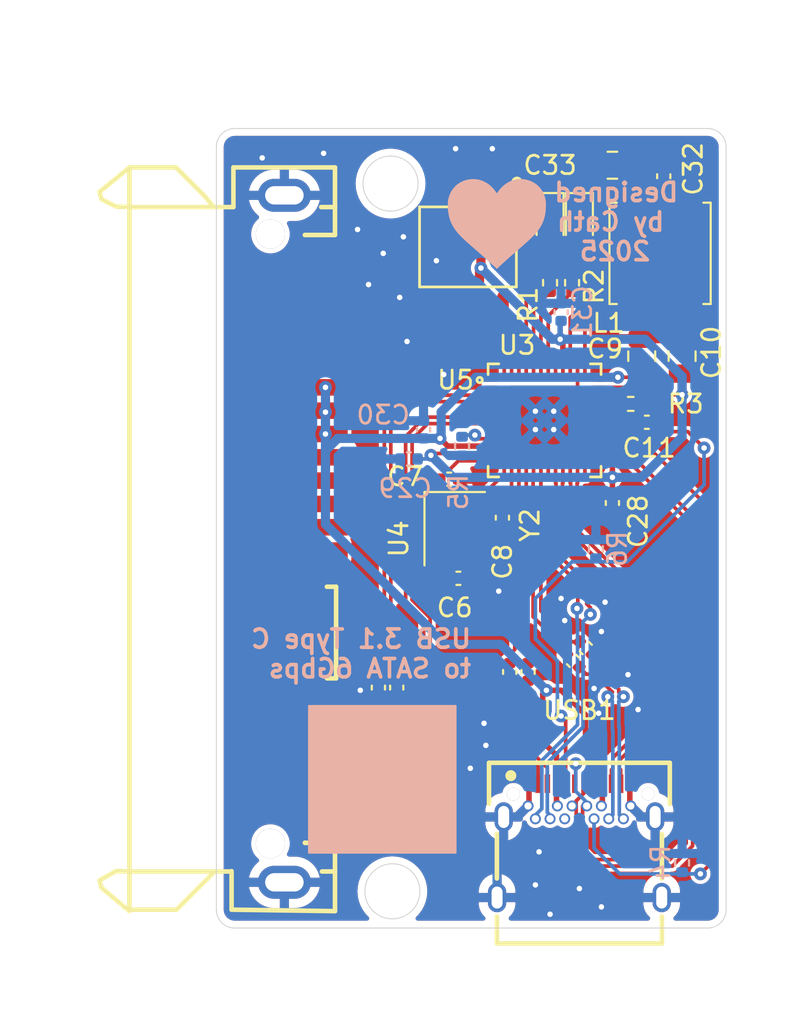
<source format=kicad_pcb>
(kicad_pcb (version 20240108) (generator "pcbnew") (generator_version "8.0")
  (layers (0 "F.Cu" signal) (1 "In1.Cu" power) (2 "In2.Cu" power) (31 "B.Cu" signal) (34 "B.Paste" user) (35 "F.Paste" user) (36 "B.SilkS" user "B.Silkscreen") (37 "F.SilkS" user "F.Silkscreen") (38 "B.Mask" user) (39 "F.Mask" user) (44 "Edge.Cuts" user))
  (net 0 "")
  (net 1 "GND")
  (net 2 "VBUS")
  (net 3 "+3.3V")
  (net 4 "RX1+")
  (net 5 "RX1-")
  (net 6 "TX1+")
  (net 7 "TX1-")
  (net 8 "TX2+")
  (net 9 "/UTX1+")
  (net 10 "TX2-")
  (net 11 "/UTX1-")
  (net 12 "RX2+")
  (net 13 "/UTX2+")
  (net 14 "/UTX2-")
  (net 15 "RX2-")
  (net 16 "SRXN")
  (net 17 "SRXP")
  (net 18 "STXN")
  (net 19 "STXP")
  (net 20 "Net-(U3-OSCXO)")
  (net 21 "Net-(U3-OSCXI)")
  (net 22 "D-")
  (net 23 "D+")
  (net 24 "Net-(U3-OSCVDD12)")
  (net 25 "Net-(U3-VDD12I)")
  (net 26 "Net-(U3-DCVCC12)")
  (net 27 "Net-(D1-A)")
  (net 28 "Net-(D2-A)")
  (net 29 "SPI_DO")
  (net 30 "Net-(U3-LX)")
  (net 31 "PWR_IND")
  (net 32 "BUSY_IND")
  (net 33 "Net-(U3-GPIO6)")
  (net 34 "Net-(U3-REXT)")
  (net 45 "SCLK")
  (net 47 "SPI_DI")
  (net 48 "SPI_CS")
  (net 56 "/SATA_RXN")
  (net 57 "/SATA_RXP")
  (net 58 "/SATA_TXN")
  (net 59 "/SATA_TXP")
  (net 60 "CC2")
  (net 61 "CC1")
  (footprint "Resistor_SMD:R_0402_1005Metric" (layer "F.Cu") (at 58.2 55.4 90)
    (property "Reference" "R1")
    (property "Value" "1K")
  )
  (footprint "da:QFN-48_L6.0-W6.0-P0.40-BL-EP3.8" (layer "F.Cu") (at 57.9 62.9 -90)
    (property "Reference" "U3")
    (property "Value" "VL716-Q4")
  )
  (footprint "da:CONN-SMD_UTS-2205-0429" (layer "F.Cu") (at 44.83 69.35 -90)
    (property "Reference" "U4")
    (property "Value" "XUTS-2205-0429")
  )
  (footprint "Capacitor_SMD:C_0805_2012Metric" (layer "F.Cu") (at 65.4 59.4 -90)
    (property "Reference" "C10")
    (property "Value" "10uF")
  )
  (footprint "Capacitor_SMD:C_0402_1005Metric" (layer "F.Cu") (at 51.983749 81.515 -90)
    (property "Reference" "C15" (hide yes))
    (property "Value" "100nF")
  )
  (footprint "Inductor_SMD:L_Cenker_CKCS5040" (layer "F.Cu") (at 64.2 53.8 -90)
    (property "Reference" "L1")
    (property "Value" "?uH")
  )
  (footprint "Capacitor_SMD:C_0402_1005Metric" (layer "F.Cu") (at 64.4 49.6 90)
    (property "Reference" "C32")
    (property "Value" "100nF")
  )
  (footprint "Capacitor_SMD:C_0402_1005Metric" (layer "F.Cu") (at 53.2 71.5)
    (property "Reference" "C6")
    (property "Value" "20pF")
  )
  (footprint "Capacitor_SMD:C_0805_2012Metric" (layer "F.Cu") (at 63.2 59.4 -90)
    (property "Reference" "C9")
    (property "Value" "10uF")
  )
  (footprint "LED_SMD:LED_0603_1608Metric" (layer "F.Cu") (at 58.2 52 -90)
    (property "Reference" "D1" (hide yes))
    (property "Value" "LED")
  )
  (footprint "Capacitor_SMD:C_0402_1005Metric" (layer "F.Cu") (at 63.48 63)
    (property "Reference" "C11")
    (property "Value" "100nF")
  )
  (footprint "Capacitor_SMD:C_0805_2012Metric" (layer "F.Cu") (at 61.6 49 180)
    (property "Reference" "C33")
    (property "Value" "10uF")
  )
  (footprint "Capacitor_SMD:C_0402_1005Metric" (layer "F.Cu") (at 55.6 68.2 90)
    (property "Reference" "C8")
    (property "Value" "100nF")
  )
  (footprint "da:SOIC-8_L5.3-W5.3-P1.27-LS8.0-BL" (layer "F.Cu") (at 53.7225 53.45 180)
    (property "Reference" "U5")
    (property "Value" "W25Q16BVSSIG")
  )
  (footprint "Capacitor_SMD:C_0402_1005Metric" (layer "F.Cu") (at 50.983749 81.515 -90)
    (property "Reference" "C14" (hide yes))
    (property "Value" "100nF")
  )
  (footprint "Resistor_SMD:R_0402_1005Metric" (layer "F.Cu") (at 62.6 62 180)
    (property "Reference" "R3")
    (property "Value" "10K")
  )
  (footprint "Capacitor_SMD:C_0402_1005Metric" (layer "F.Cu") (at 59.45 76 -45)
    (property "Reference" "C4" (hide yes))
    (property "Value" "100nF")
  )
  (footprint "Capacitor_SMD:C_0402_1005Metric" (layer "F.Cu") (at 52.7 66.1)
    (property "Reference" "C7")
    (property "Value" "20pF")
  )
  (footprint "LED_SMD:LED_0603_1608Metric" (layer "F.Cu") (at 59.8 52 -90)
    (property "Reference" "D2" (hide yes))
    (property "Value" "LED")
  )
  (footprint "da:USB-C-SMD_TYPEC-324-BCP24" (layer "F.Cu") (at 59.8 85.79)
    (property "Reference" "USB1")
    (property "Value" "TYPEC-324-BCP24")
  )
  (footprint "Capacitor_SMD:C_0402_1005Metric" (layer "F.Cu") (at 56 76.6 -90)
    (property "Reference" "C2" (hide yes))
    (property "Value" "100nF")
  )
  (footprint "Capacitor_SMD:C_0402_1005Metric" (layer "F.Cu") (at 61.6 67.4 -90)
    (property "Reference" "C28")
    (property "Value" "100nF")
  )
  (footprint "Resistor_SMD:R_0402_1005Metric" (layer "F.Cu") (at 59.4 55.4 90)
    (property "Reference" "R2")
    (property "Value" "1K")
  )
  (footprint "Crystal:Crystal_SMD_3225-4Pin_3.2x2.5mm" (layer "F.Cu") (at 53 68.8 -90)
    (property "Reference" "Y2")
    (property "Value" "25Mhz Crystal")
  )
  (footprint "Capacitor_SMD:C_0402_1005Metric" (layer "F.Cu") (at 48.8375 77.4525 -90)
    (property "Reference" "C12" (hide yes))
    (property "Value" "100nF" (hide yes))
  )
  (footprint "Capacitor_SMD:C_0402_1005Metric" (layer "F.Cu") (at 49.8375 77.4525 -90)
    (property "Reference" "C13" (hide yes))
    (property "Value" "100nF")
  )
  (footprint "Capacitor_SMD:C_0402_1005Metric" (layer "F.Cu") (at 60.15 75.3 -45)
    (property "Reference" "C5" (hide yes))
    (property "Value" "100nF")
  )
  (footprint "Capacitor_SMD:C_0402_1005Metric" (layer "F.Cu") (at 57 76.6 -90)
    (property "Reference" "C3" (hide yes))
    (property "Value" "100nF")
  )
  (footprint "Resistor_SMD:R_0402_1005Metric" (layer "B.Cu") (at 65.4 87 -90)
    (property "Reference" "R4")
    (property "Value" "5.1k")
  )
  (footprint "Resistor_SMD:R_0402_1005Metric" (layer "B.Cu") (at 53.4 64.3 90)
    (property "Reference" "R5")
    (property "Value" "12.1K")
  )
  (footprint "Capacitor_SMD:C_0402_1005Metric" (layer "B.Cu") (at 50.5 65 180)
    (property "Reference" "C29")
    (property "Value" "100nF")
  )
  (footprint "Capacitor_SMD:C_0402_1005Metric" (layer "B.Cu") (at 51.3 63.4 90)
    (property "Reference" "C30")
    (property "Value" "100nF")
  )
  (footprint "Resistor_SMD:R_0402_1005Metric" (layer "B.Cu") (at 60.7 69.9 90)
    (property "Reference" "R6")
    (property "Value" "5.1k")
  )
  (footprint "Capacitor_SMD:C_0402_1005Metric" (layer "B.Cu") (at 58.8 57 90)
    (property "Reference" "C31")
    (property "Value" "100nF")
  )
  (footprint "LOGO" (layer "B.Cu") (at 55.3 52.2 180)
    (property "Reference" "G***" (hide yes))
    (property "Value" "LOGO" (hide yes))
  )
  (gr_rect (start 45.05 78.45) (end 53.05 86.45) (stroke (width 0.1)) (fill solid) (layer "B.SilkS"))
  (gr_circle (center 49.5 50) (end 51 50) (stroke (width 0.05)) (fill none) (layer "Edge.Cuts"))
  (gr_circle (center 49.6 88.55) (end 51.1 88.55) (stroke (width 0.05)) (fill none) (layer "Edge.Cuts"))
  (gr_arc (start 41 90.55) (mid 40.292893 90.257107) (end 40 89.55) (stroke (width 0.05)) (layer "Edge.Cuts"))
  (gr_line (start 40 89.55) (end 40 48) (stroke (width 0.05)) (layer "Edge.Cuts"))
  (gr_arc (start 66.8 47) (mid 67.507107 47.292893) (end 67.8 48) (stroke (width 0.05)) (layer "Edge.Cuts"))
  (gr_line (start 41 90.55) (end 66.8 90.55) (stroke (width 0.05)) (layer "Edge.Cuts"))
  (gr_line (start 41 47) (end 66.8 47) (stroke (width 0.05)) (layer "Edge.Cuts"))
  (gr_arc (start 40 48) (mid 40.292893 47.292893) (end 41 47) (stroke (width 0.05)) (layer "Edge.Cuts"))
  (gr_line (start 67.8 48) (end 67.8 89.55) (stroke (width 0.05)) (layer "Edge.Cuts"))
  (gr_arc (start 67.8 89.55) (mid 67.507107 90.257107) (end 66.8 90.55) (stroke (width 0.05)) (layer "Edge.Cuts"))
  (gr_text "USB 3.1 Type C \nto SATA 6Gbps" (at 54 77 -0) (layer "B.SilkS") (effects (font (size 1 1) (thickness 0.2) (bold yes)) (justify left bottom mirror)))
  (gr_text "Designed \n by Cath\n  2025\n\n\n" (at 65.3 57.5 0) (layer "B.SilkS") (effects (font (size 1 1) (thickness 0.2) (bold yes)) (justify left bottom mirror)))
  (segment (start 62.55 83.85) (end 62.6 83.9) (width 0.3) (layer "F.Cu") (net 1))
  (segment (start 52.15 69.9) (end 52.15 69.55) (width 0.3) (layer "F.Cu") (net 1))
  (segment (start 53.85 67.85) (end 53.85 67.7) (width 0.3) (layer "F.Cu") (net 1))
  (segment (start 59.7 59.99) (end 59.7 61.1) (width 0.2) (layer "F.Cu") (net 1))
  (segment (start 52.6 71.5) (end 52.15 71.05) (width 0.3) (layer "F.Cu") (net 1))
  (segment (start 52.72 71.5) (end 52.6 71.5) (width 0.3) (layer "F.Cu") (net 1))
  (segment (start 52.15 69.55) (end 53.85 67.85) (width 0.3) (layer "F.Cu") (net 1))
  (segment (start 53.85 67.7) (end 53.85 66.77) (width 0.3) (layer "F.Cu") (net 1))
  (segment (start 57.05 83.85) (end 57 83.9) (width 0.3) (layer "F.Cu") (net 1))
  (segment (start 52.15 71.05) (end 52.15 69.9) (width 0.3) (layer "F.Cu") (net 1))
  (segment (start 57.05 82.69) (end 57.05 83.85) (width 0.3) (layer "F.Cu") (net 1))
  (segment (start 53.85 66.77) (end 53.18 66.1) (width 0.3) (layer "F.Cu") (net 1))
  (segment (start 62.55 82.69) (end 62.55 83.85) (width 0.3) (layer "F.Cu") (net 1))
  (via (at 54.7 80.6) (size 0.7) (drill 0.3) (layers "F.Cu" "B.Cu") (net 1))
  (via (at 50 56.2) (size 0.7) (drill 0.3) (layers "F.Cu" "B.Cu") (net 1))
  (via (at 47.85 77.6) (size 0.7) (drill 0.3) (layers "F.Cu" "B.Cu") (net 1))
  (via (at 42.5 48.6) (size 0.7) (drill 0.3) (layers "F.Cu" "B.Cu") (net 1))
  (via (at 62.45 76.75) (size 0.7) (drill 0.3) (layers "F.Cu" "B.Cu") (net 1))
  (via (at 59.8 88.4) (size 0.7) (drill 0.3) (layers "F.Cu" "B.Cu") (net 1))
  (via (at 54.6 79.4) (size 0.7) (drill 0.3) (layers "F.Cu" "B.Cu") (net 1))
  (via (at 61 74.4) (size 0.7) (drill 0.3) (layers "F.Cu" "B.Cu") (net 1))
  (via (at 49.1 53.8) (size 0.7) (drill 0.3) (layers "F.Cu" "B.Cu") (net 1))
  (via (at 53.05 48.1) (size 0.7) (drill 0.3) (layers "F.Cu" "B.Cu") (net 1))
  (via (at 60.6 77.5) (size 0.7) (drill 0.3) (layers "F.Cu" "B.Cu") (net 1))
  (via (at 47.7 52.5) (size 0.7) (drill 0.3) (layers "F.Cu" "B.Cu") (net 1))
  (via (at 61.2 72.8) (size 0.7) (drill 0.3) (layers "F.Cu" "B.Cu") (net 1))
  (via (at 55.4 72.2) (size 0.7) (drill 0.3) (layers "F.Cu" "B.Cu") (net 1))
  (via (at 50.4 58.6) (size 0.7) (drill 0.3) (layers "F.Cu" "B.Cu") (net 1))
  (via (at 58.2 89.8) (size 0.7) (drill 0.3) (layers "F.Cu" "B.Cu") (net 1))
  (via (at 52.4 60.4) (size 0.7) (drill 0.3) (layers "F.Cu" "B.Cu") (net 1))
  (via (at 57.6 86.4) (size 0.7) (drill 0.3) (layers "F.Cu" "B.Cu") (net 1))
  (via (at 53.85 81.85) (size 0.7) (drill 0.3) (layers "F.Cu" "B.Cu") (net 1))
  (via (at 58.8 72.6) (size 0.7) (drill 0.3) (layers "F.Cu" "B.Cu") (net 1))
  (via (at 63 78.65) (size 0.7) (drill 0.3) (layers "F.Cu" "B.Cu") (net 1))
  (via (at 59 73.8) (size 0.7) (drill 0.3) (layers "F.Cu" "B.Cu") (net 1))
  (via (at 55.05 48.1) (size 0.7) (drill 0.3) (layers "F.Cu" "B.Cu") (net 1))
  (via (at 52 54.2) (size 0.7) (drill 0.3) (layers "F.Cu" "B.Cu") (net 1))
  (via (at 45.85 48.35) (size 0.7) (drill 0.3) (layers "F.Cu" "B.Cu") (net 1))
  (via (at 60.85 78.85) (size 0.7) (drill 0.3) (layers "F.Cu" "B.Cu") (net 1))
  (via (at 61 89.4) (size 0.7) (drill 0.3) (layers "F.Cu" "B.Cu") (net 1))
  (via (at 57.4 88.2) (size 0.7) (drill 0.3) (layers "F.Cu" "B.Cu") (net 1))
  (via (at 50.2 52.9) (size 0.7) (drill 0.3) (layers "F.Cu" "B.Cu") (net 1))
  (via (at 48.3 55.5) (size 0.7) (drill 0.3) (layers "F.Cu" "B.Cu") (net 1))
  (segment (start 61.05 82.39) (end 61.05 83.65) (width 0.3) (layer "F.Cu") (net 2))
  (segment (start 61.9 60.55) (end 63 60.55) (width 0.2) (layer "F.Cu") (net 2))
  (segment (start 52.2 63.88) (end 52.62 64.3) (width 0.3) (layer "F.Cu") (net 2))
  (segment (start 52.62 64.3) (end 54.99 64.3) (width 0.3) (layer "F.Cu") (net 2))
  (segment (start 58.55 81.15) (end 58.55 82.39) (width 0.3) (layer "F.Cu") (net 2))
  (segment (start 45.95 62.45) (end 45.95 63.64) (width 0.5) (layer "F.Cu") (net 2))
  (segment (start 60.1338 78.9338) (end 60.1338 80.5338) (width 0.3) (layer "F.Cu") (net 2))
  (segment (start 58.55 82.39) (end 58.55 83.65) (width 0.3) (layer "F.Cu") (net 2))
  (segment (start 58 77.6) (end 57.8 77.8) (width 0.3) (layer "F.Cu") (net 2))
  (segment (start 61.05 81.45) (end 61.05 82.39) (width 0.3) (layer "F.Cu") (net 2))
  (segment (start 58.55 83.65) (end 58.6 83.7) (width 0.3) (layer "F.Cu") (net 2))
  (segment (start 61.9 60.55) (end 61.75 60.7) (width 0.2) (layer "F.Cu") (net 2))
  (segment (start 61.75 60.7) (end 60.81 60.7) (width 0.2) (layer "F.Cu") (net 2))
  (segment (start 45.95 62.37) (end 45.95 62.45) (width 0.5) (layer "F.Cu") (net 2))
  (segment (start 60.1338 80.5338) (end 61.05 81.45) (width 0.3) (layer "F.Cu") (net 2))
  (segment (start 58 77.6) (end 58.8 77.6) (width 0.3) (layer "F.Cu") (net 2))
  (segment (start 57.8 77.8) (end 57.8 80.4) (width 0.3) (layer "F.Cu") (net 2))
  (segment (start 58.8 77.6) (end 60.1338 78.9338) (width 0.3) (layer "F.Cu") (net 2))
  (segment (start 63 60.55) (end 63.2 60.35) (width 0.2) (layer "F.Cu") (net 2))
  (segment (start 57.8 80.4) (end 58.55 81.15) (width 0.3) (layer "F.Cu") (net 2))
  (segment (start 61.05 83.65) (end 61 83.7) (width 0.3) (layer "F.Cu") (net 2))
  (segment (start 45.95 61.1) (end 45.95 62.45) (width 0.5) (layer "F.Cu") (net 2))
  (via (at 45.95 61.1) (size 0.7) (drill 0.3) (layers "F.Cu" "B.Cu") (net 2))
  (via (at 61.9 60.55) (size 0.7) (drill 0.3) (layers "F.Cu" "B.Cu") (net 2))
  (via (at 58 77.6) (size 0.7) (drill 0.3) (layers "F.Cu" "B.Cu") (net 2))
  (via (at 45.95 63.64) (size 0.7) (drill 0.3) (layers "F.Cu" "B.Cu") (net 2))
  (via (at 52.2 63.88) (size 0.7) (drill 0.3) (layers "F.Cu" "B.Cu") (net 2))
  (via (at 45.95 62.45) (size 0.7) (drill 0.3) (layers "F.Cu" "B.Cu") (net 2))
  (segment (start 52.26 63.82) (end 52.26 62.44) (width 0.5) (layer "B.Cu") (net 2))
  (segment (start 52.26 62.44) (end 54.15 60.55) (width 0.5) (layer "B.Cu") (net 2))
  (segment (start 52.2 63.88) (end 52.26 63.82) (width 0.5) (layer "B.Cu") (net 2))
  (segment (start 45.95 64.55) (end 46.62 63.88) (width 0.5) (layer "B.Cu") (net 2))
  (segment (start 58 77.6) (end 55.5 75.1) (width 0.5) (layer "B.Cu") (net 2))
  (segment (start 54.15 60.55) (end 61.9 60.55) (width 0.5) (layer "B.Cu") (net 2))
  (segment (start 55.5 75.1) (end 52.5 75.1) (width 0.5) (layer "B.Cu") (net 2))
  (segment (start 45.95 63.64) (end 45.95 61.1) (width 0.5) (layer "B.Cu") (net 2))
  (segment (start 46.62 63.88) (end 52.2 63.88) (width 0.5) (layer "B.Cu") (net 2))
  (segment (start 52.5 75.1) (end 45.95 68.55) (width 0.5) (layer "B.Cu") (net 2))
  (segment (start 45.95 68.55) (end 45.95 63.64) (width 0.5) (layer "B.Cu") (net 2))
  (segment (start 64 61.1) (end 63.2 61.1) (width 0.2) (layer "F.Cu") (net 3))
  (segment (start 53.0925 52.6925) (end 54.43 54.03) (width 0.5) (layer "F.Cu") (net 3))
  (segment (start 63.11 61.19) (end 63.2 61.1) (width 0.2) (layer "F.Cu") (net 3))
  (segment (start 64.4 61.5) (end 64 61.1) (width 0.2) (layer "F.Cu") (net 3))
  (segment (start 60.81 65.1) (end 61.3 65.1) (width 0.3) (layer "F.Cu") (net 3))
  (segment (start 60.81 61.1) (end 63.2 61.1) (width 0.2) (layer "F.Cu") (net 3))
  (segment (start 51.8 64.7) (end 54.99 64.7) (width 0.2) (layer "F.Cu") (net 3))
  (segment (start 61.6 65.4) (end 61.6 66.92) (width 0.3) (layer "F.Cu") (net 3))
  (segment (start 61.3 65.1) (end 61.6 65.4) (width 0.3) (layer "F.Cu") (net 3))
  (segment (start 51.7 64.8) (end 51.8 64.7) (width 0.2) (layer "F.Cu") (net 3))
  (segment (start 54.3525 54.6775) (end 54.43 54.6) (width 0.5) (layer "F.Cu") (net 3))
  (segment (start 65.4 61.5) (end 64.4 61.5) (width 0.2) (layer "F.Cu") (net 3))
  (segment (start 63.11 62) (end 63.11 61.19) (width 0.2) (layer "F.Cu") (net 3))
  (segment (start 54.3525 56.98) (end 54.4225 57.05) (width 0.5) (layer "F.Cu") (net 3))
  (segment (start 54.3525 56.98) (end 54.3525 54.6775) (width 0.5) (layer "F.Cu") (net 3))
  (segment (start 58.9 59.99) (end 58.9 58.63) (width 0.3) (layer "F.Cu") (net 3))
  (segment (start 53.0925 49.92) (end 53.0925 52.6925) (width 0.5) (layer "F.Cu") (net 3))
  (segment (start 58.9 58.63) (end 58.75 58.48) (width 0.3) (layer "F.Cu") (net 3))
  (segment (start 55.5625 57.05) (end 55.6325 56.98) (width 0.5) (layer "F.Cu") (net 3))
  (segment (start 65.4 61.5) (end 65.4 60.35) (width 0.5) (layer "F.Cu") (net 3))
  (segment (start 54.43 54.03) (end 54.43 54.6) (width 0.5) (layer "F.Cu") (net 3))
  (segment (start 54.4225 57.05) (end 55.5625 57.05) (width 0.5) (layer "F.Cu") (net 3))
  (via (at 51.7 64.8) (size 0.7) (drill 0.3) (layers "F.Cu" "B.Cu") (net 3))
  (via (at 54.43 54.6) (size 0.7) (drill 0.3) (layers "F.Cu" "B.Cu") (net 3))
  (via (at 61.6 66) (size 0.7) (drill 0.3) (layers "F.Cu" "B.Cu") (net 3))
  (via (at 65.4 61.5) (size 0.7) (drill 0.3) (layers "F.Cu" "B.Cu") (net 3))
  (via (at 58.75 58.48) (size 0.7) (drill 0.3) (layers "F.Cu" "B.Cu") (net 3))
  (segment (start 51.7 64.8) (end 51.5 65) (width 0.2) (layer "B.Cu") (net 3))
  (segment (start 58.75 58.48) (end 58.75 57.53) (width 0.3) (layer "B.Cu") (net 3))
  (segment (start 65.4 60.5) (end 63.38 58.48) (width 0.5) (layer "B.Cu") (net 3))
  (segment (start 65.4 61.5) (end 65.4 63.8) (width 0.5) (layer "B.Cu") (net 3))
  (segment (start 65.4 63.8) (end 63.2 66) (width 0.5) (layer "B.Cu") (net 3))
  (segment (start 51.5 65) (end 50.98 65) (width 0.2) (layer "B.Cu") (net 3))
  (segment (start 58.75 57.53) (end 58.8 57.48) (width 0.3) (layer "B.Cu") (net 3))
  (segment (start 65.4 61.5) (end 65.4 60.5) (width 0.5) (layer "B.Cu") (net 3))
  (segment (start 54.43 54.6) (end 58.31 58.48) (width 0.5) (layer "B.Cu") (net 3))
  (segment (start 63.38 58.48) (end 58.75 58.48) (width 0.5) (layer "B.Cu") (net 3))
  (segment (start 51.7 64.8) (end 52.9 66) (width 0.5) (layer "B.Cu") (net 3))
  (segment (start 63.2 66) (end 61.6 66) (width 0.5) (layer "B.Cu") (net 3))
  (segment (start 52.9 66) (end 61.6 66) (width 0.5) (layer "B.Cu") (net 3))
  (segment (start 58.31 58.48) (end 58.75 58.48) (width 0.5) (layer "B.Cu") (net 3))
  (segment (start 58.525 66.330001) (end 58.5 66.305001) (width 0.2) (layer "F.Cu") (net 4))
  (segment (start 59.713614 71.7628) (end 58.525 70.574186) (width 0.2) (layer "F.Cu") (net 4))
  (segment (start 58.5 66.305001) (end 58.5 65.81) (width 0.2) (layer "F.Cu") (net 4))
  (segment (start 59.713614 73.096807) (end 59.713614 71.7628) (width 0.2) (layer "F.Cu") (net 4))
  (segment (start 59.668654 73.141767) (end 59.713614 73.096807) (width 0.2) (layer "F.Cu") (net 4))
  (segment (start 58.525 70.574186) (end 58.525 66.330001) (width 0.2) (layer "F.Cu") (net 4))
  (via (at 59.668654 73.141767) (size 0.7) (drill 0.3) (layers "F.Cu" "B.Cu") (net 4))
  (segment (start 59.7 79.475736) (end 57.75 81.425736) (width 0.2) (layer "B.Cu") (net 4))
  (segment (start 57.75 84.05) (end 57.4 84.4) (width 0.2) (layer "B.Cu") (net 4))
  (segment (start 59.7 73.807107) (end 59.7 79.475736) (width 0.2) (layer "B.Cu") (net 4))
  (segment (start 59.668654 73.775761) (end 59.7 73.807107) (width 0.2) (layer "B.Cu") (net 4))
  (segment (start 57.75 81.425736) (end 57.75 84.05) (width 0.2) (layer "B.Cu") (net 4))
  (segment (start 59.668654 73.141767) (end 59.668654 73.775761) (width 0.2) (layer "B.Cu") (net 4))
  (segment (start 58.87738 70.428194) (end 58.87738 66.327621) (width 0.2) (layer "F.Cu") (net 5))
  (segment (start 60.2 72.895295) (end 60.2 71.750814) (width 0.2) (layer "F.Cu") (net 5))
  (segment (start 60.4 73.466014) (end 60.4 73.095295) (width 0.2) (layer "F.Cu") (net 5))
  (segment (start 60.4 73.095295) (end 60.2 72.895295) (width 0.2) (layer "F.Cu") (net 5))
  (segment (start 58.9 66.305001) (end 58.9 65.81) (width 0.2) (layer "F.Cu") (net 5))
  (segment (start 60.2 71.750814) (end 58.87738 70.428194) (width 0.2) (layer "F.Cu") (net 5))
  (segment (start 58.87738 66.327621) (end 58.9 66.305001) (width 0.2) (layer "F.Cu") (net 5))
  (via (at 60.4 73.466014) (size 0.7) (drill 0.3) (layers "F.Cu" "B.Cu") (net 5))
  (segment (start 58.05 81.55) (end 58.05 84.25) (width 0.2) (layer "B.Cu") (net 5))
  (segment (start 58.05 84.25) (end 58.2 84.4) (width 0.2) (layer "B.Cu") (net 5))
  (segment (start 60 73.866014) (end 60 79.6) (width 0.2) (layer "B.Cu") (net 5))
  (segment (start 60.4 73.466014) (end 60 73.866014) (width 0.2) (layer "B.Cu") (net 5))
  (segment (start 60 79.6) (end 58.05 81.55) (width 0.2) (layer "B.Cu") (net 5))
  (segment (start 56.3762 77.9162) (end 56 77.54) (width 0.2) (layer "F.Cu") (net 6))
  (segment (start 56 77.54) (end 56 77.08) (width 0.2) (layer "F.Cu") (net 6))
  (segment (start 56.3762 80.5762) (end 56.3762 77.9162) (width 0.2) (layer "F.Cu") (net 6))
  (segment (start 57.55 81.75) (end 56.3762 80.5762) (width 0.2) (layer "F.Cu") (net 6))
  (segment (start 57.55 82.39) (end 57.55 81.75) (width 0.2) (layer "F.Cu") (net 6))
  (segment (start 57 77.545001) (end 57 77.08) (width 0.2) (layer "F.Cu") (net 7))
  (segment (start 58.05 82.39) (end 58.05 81.825736) (width 0.2) (layer "F.Cu") (net 7))
  (segment (start 58.05 81.825736) (end 56.6762 80.451936) (width 0.2) (layer "F.Cu") (net 7))
  (segment (start 56.6762 80.451936) (end 56.6762 77.868801) (width 0.2) (layer "F.Cu") (net 7))
  (segment (start 56.6762 77.868801) (end 57 77.545001) (width 0.2) (layer "F.Cu") (net 7))
  (segment (start 61.95 77.550816) (end 60.873315 76.474131) (width 0.2) (layer "F.Cu") (net 8))
  (segment (start 60.873315 76.023315) (end 60.873315 76.474131) (width 0.2) (layer "F.Cu") (net 8))
  (segment (start 62.2 77.95) (end 61.95 77.7) (width 0.2) (layer "F.Cu") (net 8))
  (segment (start 60.489411 75.639411) (end 60.873315 76.023315) (width 0.2) (layer "F.Cu") (net 8))
  (segment (start 61.95 77.7) (end 61.95 77.550816) (width 0.2) (layer "F.Cu") (net 8))
  (via (at 62.2 77.95) (size 0.7) (drill 0.3) (layers "F.Cu" "B.Cu") (net 8))
  (segment (start 61.9762 84.3762) (end 61.9762 79.615144) (width 0.2) (layer "B.Cu") (net 8))
  (segment (start 61.9762 79.615144) (end 61.95 79.588944) (width 0.2) (layer "B.Cu") (net 8))
  (segment (start 62.2 84.6) (end 61.9762 84.3762) (width 0.2) (layer "B.Cu") (net 8))
  (segment (start 61.95 78.2) (end 62.2 77.95) (width 0.2) (layer "B.Cu") (net 8))
  (segment (start 61.95 79.588944) (end 61.95 78.2) (width 0.2) (layer "B.Cu") (net 8))
  (segment (start 56.5 65.81) (end 56.5 68.775) (width 0.2) (layer "F.Cu") (net 9))
  (segment (start 56.275 69) (end 56.275 75.379999) (width 0.2) (layer "F.Cu") (net 9))
  (segment (start 56.275 75.379999) (end 56 75.654999) (width 0.2) (layer "F.Cu") (net 9))
  (segment (start 56.5 68.775) (end 56.275 69) (width 0.2) (layer "F.Cu") (net 9))
  (segment (start 56 75.654999) (end 56 76.12) (width 0.2) (layer "F.Cu") (net 9))
  (segment (start 61.5976 77.696784) (end 60.624131 76.723315) (width 0.2) (layer "F.Cu") (net 10))
  (segment (start 60.173315 76.723315) (end 60.624131 76.723315) (width 0.2) (layer "F.Cu") (net 10))
  (segment (start 59.789411 76.339411) (end 60.173315 76.723315) (width 0.2) (layer "F.Cu") (net 10))
  (segment (start 61.5976 77.7) (end 61.5976 77.696784) (width 0.2) (layer "F.Cu") (net 10))
  (segment (start 61.3476 77.95) (end 61.5976 77.7) (width 0.2) (layer "F.Cu") (net 10))
  (via (at 61.3476 77.95) (size 0.7) (drill 0.3) (layers "F.Cu" "B.Cu") (net 10))
  (segment (start 61.6238 79.75) (end 61.5976 79.7238) (width 0.2) (layer "B.Cu") (net 10))
  (segment (start 61.5976 79.7238) (end 61.5976 78.2) (width 0.2) (layer "B.Cu") (net 10))
  (segment (start 61.5976 78.2) (end 61.3476 77.95) (width 0.2) (layer "B.Cu") (net 10))
  (segment (start 61.6238 84.3762) (end 61.6238 79.75) (width 0.2) (layer "B.Cu") (net 10))
  (segment (start 61.4 84.6) (end 61.6238 84.3762) (width 0.2) (layer "B.Cu") (net 10))
  (segment (start 56.725 69) (end 56.9 68.825) (width 0.2) (layer "F.Cu") (net 11))
  (segment (start 56.9 68.825) (end 56.9 65.81) (width 0.2) (layer "F.Cu") (net 11))
  (segment (start 56.725 75.379999) (end 56.725 69) (width 0.2) (layer "F.Cu") (net 11))
  (segment (start 57 76.12) (end 57 75.654999) (width 0.2) (layer "F.Cu") (net 11))
  (segment (start 57 75.654999) (end 56.725 75.379999) (width 0.2) (layer "F.Cu") (net 11))
  (segment (start 61.9762 81.422986) (end 61.9762 81.858699) (width 0.2) (layer "F.Cu") (net 12))
  (segment (start 59.7 66.305001) (end 59.6762 66.328801) (width 0.2) (layer "F.Cu") (net 12))
  (segment (start 61.9762 81.858699) (end 62.05 81.932499) (width 0.2) (layer "F.Cu") (net 12))
  (segment (start 64.5762 73.777014) (end 64.5762 78.822986) (width 0.2) (layer "F.Cu") (net 12))
  (segment (start 62.05 81.932499) (end 62.05 82.69) (width 0.2) (layer "F.Cu") (net 12))
  (segment (start 59.6762 66.328801) (end 59.6762 68.877014) (width 0.2) (layer "F.Cu") (net 12))
  (segment (start 64.5762 78.822986) (end 61.9762 81.422986) (width 0.2) (layer "F.Cu") (net 12))
  (segment (start 59.6762 68.877014) (end 64.5762 73.777014) (width 0.2) (layer "F.Cu") (net 12))
  (segment (start 59.7 65.81) (end 59.7 66.305001) (width 0.2) (layer "F.Cu") (net 12))
  (segment (start 59.810589 74.960589) (end 59.382771 74.960589) (width 0.2) (layer "F.Cu") (net 13))
  (segment (start 57.7 73.277818) (end 57.7 65.81) (width 0.2) (layer "F.Cu") (net 13))
  (segment (start 59.382771 74.960589) (end 57.7 73.277818) (width 0.2) (layer "F.Cu") (net 13))
  (segment (start 57.274999 65.835001) (end 57.3 65.81) (width 0.2) (layer "F.Cu") (net 14))
  (segment (start 59.110589 75.428788) (end 57.274999 73.593198) (width 0.2) (layer "F.Cu") (net 14))
  (segment (start 57.274999 73.593198) (end 57.274999 65.835001) (width 0.2) (layer "F.Cu") (net 14))
  (segment (start 59.110589 75.660589) (end 59.110589 75.428788) (width 0.2) (layer "F.Cu") (net 14))
  (segment (start 59.3 65.81) (end 59.3 66.305001) (width 0.2) (layer "F.Cu") (net 15))
  (segment (start 59.3 66.305001) (end 59.3238 66.328801) (width 0.2) (layer "F.Cu") (net 15))
  (segment (start 59.3238 66.328801) (end 59.3238 69.022986) (width 0.2) (layer "F.Cu") (net 15))
  (segment (start 61.6238 81.858699) (end 61.55 81.932499) (width 0.2) (layer "F.Cu") (net 15))
  (segment (start 64.2238 73.922986) (end 64.2238 78.677014) (width 0.2) (layer "F.Cu") (net 15))
  (segment (start 59.3238 69.022986) (end 64.2238 73.922986) (width 0.2) (layer "F.Cu") (net 15))
  (segment (start 61.6238 81.277014) (end 61.6238 81.858699) (width 0.2) (layer "F.Cu") (net 15))
  (segment (start 61.55 81.932499) (end 61.55 82.69) (width 0.2) (layer "F.Cu") (net 15))
  (segment (start 64.2238 78.677014) (end 61.6238 81.277014) (width 0.2) (layer "F.Cu") (net 15))
  (segment (start 49.5137 76.183699) (end 49.8375 76.507499) (width 0.2) (layer "F.Cu") (net 16))
  (segment (start 50.372986 61.8762) (end 49.5137 62.735486) (width 0.2) (layer "F.Cu") (net 16))
  (segment (start 54.99 61.9) (end 54.494999 61.9) (width 0.2) (layer "F.Cu") (net 16))
  (segment (start 49.5137 62.735486) (end 49.5137 76.183699) (width 0.2) (layer "F.Cu") (net 16))
  (segment (start 54.494999 61.9) (end 54.471199 61.8762) (width 0.2) (layer "F.Cu") (net 16))
  (segment (start 49.8375 76.507499) (end 49.8375 76.9725) (width 0.2) (layer "F.Cu") (net 16))
  (segment (start 54.471199 61.8762) (end 50.372986 61.8762) (width 0.2) (layer "F.Cu") (net 16))
  (segment (start 49.1613 76.183699) (end 48.8375 76.507499) (width 0.2) (layer "F.Cu") (net 17))
  (segment (start 54.99 61.5) (end 54.494999 61.5) (width 0.2) (layer "F.Cu") (net 17))
  (segment (start 50.227014 61.5238) (end 49.1613 62.589514) (width 0.2) (layer "F.Cu") (net 17))
  (segment (start 49.1613 62.589514) (end 49.1613 76.183699) (width 0.2) (layer "F.Cu") (net 17))
  (segment (start 48.8375 76.507499) (end 48.8375 76.9725) (width 0.2) (layer "F.Cu") (net 17))
  (segment (start 54.471199 61.5238) (end 50.227014 61.5238) (width 0.2) (layer "F.Cu") (net 17))
  (segment (start 54.494999 61.5) (end 54.471199 61.5238) (width 0.2) (layer "F.Cu") (net 17))
  (segment (start 50.983749 80.569999) (end 51.307549 80.246199) (width 0.2) (layer "F.Cu") (net 18))
  (segment (start 50.3238 72.822986) (end 50.3238 63.7762) (width 0.2) (layer "F.Cu") (net 18))
  (segment (start 51.3762 62.7238) (end 54.471199 62.7238) (width 0.2) (layer "F.Cu") (net 18))
  (segment (start 51.083749 80.935) (end 50.983749 81.035) (width 0.2) (layer "F.Cu") (net 18))
  (segment (start 54.494999 62.7) (end 54.99 62.7) (width 0.2) (layer "F.Cu") (net 18))
  (segment (start 51.307549 73.806735) (end 50.3238 72.822986) (width 0.2) (layer "F.Cu") (net 18))
  (segment (start 51.307549 80.246199) (end 51.307549 73.806735) (width 0.2) (layer "F.Cu") (net 18))
  (segment (start 50.983749 81.035) (end 50.983749 80.569999) (width 0.2) (layer "F.Cu") (net 18))
  (segment (start 50.3238 63.7762) (end 51.3762 62.7238) (width 0.2) (layer "F.Cu") (net 18))
  (segment (start 54.471199 62.7238) (end 54.494999 62.7) (width 0.2) (layer "F.Cu") (net 18))
  (segment (start 51.983749 81.035) (end 51.983749 80.569999) (width 0.2) (layer "F.Cu") (net 19))
  (segment (start 50.6762 72.677014) (end 50.6762 63.9238) (width 0.2) (layer "F.Cu") (net 19))
  (segment (start 51.659949 80.246199) (end 51.659949 73.660763) (width 0.2) (layer "F.Cu") (net 19))
  (segment (start 50.6762 63.9238) (end 51.5238 63.0762) (width 0.2) (layer "F.Cu") (net 19))
  (segment (start 51.983749 80.569999) (end 51.659949 80.246199) (width 0.2) (layer "F.Cu") (net 19))
  (segment (start 54.471199 63.0762) (end 54.494999 63.1) (width 0.2) (layer "F.Cu") (net 19))
  (segment (start 54.494999 63.1) (end 54.99 63.1) (width 0.2) (layer "F.Cu") (net 19))
  (segment (start 51.5238 63.0762) (end 54.471199 63.0762) (width 0.2) (layer "F.Cu") (net 19))
  (segment (start 51.659949 73.660763) (end 50.6762 72.677014) (width 0.2) (layer "F.Cu") (net 19))
  (segment (start 54.7 69.05) (end 54.7 66.81) (width 0.2) (layer "F.Cu") (net 20))
  (segment (start 53.68 71.5) (end 53.85 71.33) (width 0.2) (layer "F.Cu") (net 20))
  (segment (start 53.85 71.33) (end 53.85 69.9) (width 0.2) (layer "F.Cu") (net 20))
  (segment (start 53.85 69.9) (end 54.7 69.05) (width 0.2) (layer "F.Cu") (net 20))
  (segment (start 54.7 66.81) (end 55.7 65.81) (width 0.2) (layer "F.Cu") (net 20))
  (segment (start 52.15 67) (end 52.15 66.15) (width 0.2) (layer "F.Cu") (net 21))
  (segment (start 53.2 65.1) (end 54.99 65.1) (width 0.2) (layer "F.Cu") (net 21))
  (segment (start 52.15 66.15) (end 53.2 65.1) (width 0.2) (layer "F.Cu") (net 21))
  (segment (start 59.6238 83.6262) (end 60.05 83.2) (width 0.2) (layer "F.Cu") (net 22))
  (segment (start 64.872986 87.1762) (end 60.327014 87.1762) (width 0.2) (layer "F.Cu") (net 22))
  (segment (start 65.9762 86.072986) (end 64.872986 87.1762) (width 0.2) (layer "F.Cu") (net 22))
  (segment (start 65.9762 68.127014) (end 65.9762 86.072986) (width 0.2) (layer "F.Cu") (net 22))
  (segment (start 61.305001 64.3) (end 61.328801 64.3238) (width 0.2) (layer "F.Cu") (net 22))
  (segment (start 59.6238 86.472986) (end 59.6238 83.6262) (width 0.2) (layer "F.Cu") (net 22))
  (segment (start 60.81 64.3) (end 61.305001 64.3) (width 0.2) (layer "F.Cu") (net 22))
  (segment (start 62.172986 64.3238) (end 65.9762 68.127014) (width 0.2) (layer "F.Cu") (net 22))
  (segment (start 60.05 83.2) (end 60.05 82.39) (width 0.2) (layer "F.Cu") (net 22))
  (segment (start 60.327014 87.1762) (end 59.6238 86.472986) (width 0.2) (layer "F.Cu") (net 22))
  (segment (start 61.328801 64.3238) (end 62.172986 64.3238) (width 0.2) (layer "F.Cu") (net 22))
  (segment (start 59.9762 83.9238) (end 60.2 83.7) (width 0.2) (layer "F.Cu") (net 23))
  (segment (start 65.6238 68.272986) (end 65.6238 85.927014) (width 0.2) (layer "F.Cu") (net 23))
  (segment (start 59.9762 86.327014) (end 59.9762 83.9238) (width 0.2) (layer "F.Cu") (net 23))
  (segment (start 62.027014 64.6762) (end 65.6238 68.272986) (width 0.2) (layer "F.Cu") (net 23))
  (segment (start 64.727014 86.8238) (end 60.472986 86.8238) (width 0.2) (layer "F.Cu") (net 23))
  (segment (start 60.81 64.7) (end 61.305001 64.7) (width 0.2) (layer "F.Cu") (net 23))
  (segment (start 59.6 82.34) (end 59.55 82.39) (width 0.2) (layer "F.Cu") (net 23))
  (segment (start 60.472986 86.8238) (end 59.9762 86.327014) (width 0.2) (layer "F.Cu") (net 23))
  (segment (start 59.6 81.6) (end 59.6 82.34) (width 0.2) (layer "F.Cu") (net 23))
  (segment (start 61.328801 64.6762) (end 62.027014 64.6762) (width 0.2) (layer "F.Cu") (net 23))
  (segment (start 65.6238 85.927014) (end 64.727014 86.8238) (width 0.2) (layer "F.Cu") (net 23))
  (segment (start 61.305001 64.7) (end 61.328801 64.6762) (width 0.2) (layer "F.Cu") (net 23))
  (via (at 59.6 81.6) (size 0.7) (drill 0.3) (layers "F.Cu" "B.Cu") (net 23))
  (segment (start 59.6 83.1) (end 59.6 81.6) (width 0.2) (layer "B.Cu") (net 23))
  (segment (start 60.2 83.7) (end 59.6 83.1) (width 0.2) (layer "B.Cu") (net 23))
  (segment (start 56.1 67.22) (end 56.1 65.81) (width 0.2) (layer "F.Cu") (net 24))
  (segment (start 55.6 67.72) (end 56.1 67.22) (width 0.2) (layer "F.Cu") (net 24))
  (segment (start 62.9 63.1) (end 63 63) (width 0.2) (layer "F.Cu") (net 25))
  (segment (start 60.81 63.1) (end 62.9 63.1) (width 0.2) (layer "F.Cu") (net 25))
  (segment (start 59.3 57.3) (end 61.2 55.4) (width 0.2) (layer "F.Cu") (net 26))
  (segment (start 64.4 50.08) (end 64.4 51.95) (width 0.2) (layer "F.Cu") (net 26))
  (segment (start 61.2 53.4) (end 62.45 52.15) (width 0.2) (layer "F.Cu") (net 26))
  (segment (start 61.2 55.4) (end 61.2 53.4) (width 0.2) (layer "F.Cu") (net 26))
  (segment (start 59.3 59.99) (end 59.3 57.3) (width 0.2) (layer "F.Cu") (net 26))
  (segment (start 62.45 52.15) (end 64.2 52.15) (width 0.2) (layer "F.Cu") (net 26))
  (segment (start 64.4 51.95) (end 64.2 52.15) (width 0.2) (layer "F.Cu") (net 26))
  (segment (start 62.55 50.5) (end 64.2 52.15) (width 0.3) (layer "F.Cu") (net 26))
  (segment (start 62.55 49) (end 62.55 50.5) (width 0.3) (layer "F.Cu") (net 26))
  (segment (start 58.2 54.89) (end 58.2 52.7875) (width 0.2) (layer "F.Cu") (net 27))
  (segment (start 59.4 54.89) (end 59.4 53.1875) (width 0.2) (layer "F.Cu") (net 28))
  (segment (start 59.4 53.1875) (end 59.8 52.7875) (width 0.2) (layer "F.Cu") (net 28))
  (segment (start 56.9 54.9) (end 56.9 59.99) (width 0.2) (layer "F.Cu") (net 29))
  (segment (start 54.3525 52.3525) (end 56.9 54.9) (width 0.2) (layer "F.Cu") (net 29))
  (segment (start 54.3525 49.92) (end 54.3525 52.3525) (width 0.2) (layer "F.Cu") (net 29))
  (segment (start 60.1 59.99) (end 60.1 57.7) (width 0.2) (layer "F.Cu") (net 30))
  (segment (start 60.1 57.7) (end 62.35 55.45) (width 0.2) (layer "F.Cu") (net 30))
  (segment (start 62.35 55.45) (end 64.2 55.45) (width 0.2) (layer "F.Cu") (net 30))
  (segment (start 57.7 59.99) (end 57.7 56.41) (width 0.2) (layer "F.Cu") (net 31))
  (segment (start 57.7 56.41) (end 58.2 55.91) (width 0.2) (layer "F.Cu") (net 31))
  (segment (start 58.1 59.99) (end 58.1 57.21) (width 0.2) (layer "F.Cu") (net 32))
  (segment (start 58.1 57.21) (end 59.4 55.91) (width 0.2) (layer "F.Cu") (net 32))
  (segment (start 61.59 61.5) (end 60.81 61.5) (width 0.2) (layer "F.Cu") (net 33))
  (segment (start 62.09 62) (end 61.59 61.5) (width 0.2) (layer "F.Cu") (net 33))
  (segment (start 54.3 63.9) (end 54.1 63.7) (width 0.2) (layer "F.Cu") (net 34))
  (segment (start 54.99 63.9) (end 54.3 63.9) (width 0.2) (layer "F.Cu") (net 34))
  (via (at 54.1 63.7) (size 0.7) (drill 0.3) (layers "F.Cu" "B.Cu") (net 34))
  (segment (start 54.1 63.7) (end 53.49 63.7) (width 0.2) (layer "B.Cu") (net 34))
  (segment (start 53.49 63.7) (end 53.4 63.79) (width 0.2) (layer "B.Cu") (net 34))
  (segment (start 55.64 58.6) (end 53.6 58.6) (width 0.2) (layer "F.Cu") (net 45))
  (segment (start 56.5 59.46) (end 55.64 58.6) (width 0.2) (layer "F.Cu") (net 45))
  (segment (start 53.6 58.6) (end 53.17 58.17) (width 0.2) (layer "F.Cu") (net 45))
  (segment (start 53.17 58.17) (end 53.17 56.51) (width 0.2) (layer "F.Cu") (net 45))
  (segment (start 56.5 59.99) (end 56.5 59.46) (width 0.2) (layer "F.Cu") (net 45))
  (segment (start 52.8 59.2) (end 51.9 58.3) (width 0.2) (layer "F.Cu") (net 47))
  (segment (start 56.1 59.99) (end 56.1 59.56) (width 0.2) (layer "F.Cu") (net 47))
  (segment (start 51.9 58.3) (end 51.9 56.51) (width 0.2) (layer "F.Cu") (net 47))
  (segment (start 55.74 59.2) (end 52.8 59.2) (width 0.2) (layer "F.Cu") (net 47))
  (segment (start 56.1 59.56) (end 55.74 59.2) (width 0.2) (layer "F.Cu") (net 47))
  (segment (start 55.6325 49.92) (end 55.6325 52.4325) (width 0.2) (layer "F.Cu") (net 48))
  (segment (start 55.6325 52.4325) (end 57.3 54.1) (width 0.2) (layer "F.Cu") (net 48))
  (segment (start 57.3 54.1) (end 57.3 59.99) (width 0.2) (layer "F.Cu") (net 48))
  (segment (start 49.8375 77.9325) (end 49.8375 77.9625) (width 0.2) (layer "F.Cu") (net 56))
  (segment (start 47.775001 80.2175) (end 45.9525 80.2175) (width 0.2) (layer "F.Cu") (net 56))
  (segment (start 48.9007 79.8075) (end 48.185001 79.8075) (width 0.2) (layer "F.Cu") (net 56))
  (segment (start 48.185001 79.8075) (end 47.775001 80.2175) (width 0.2) (layer "F.Cu") (net 56))
  (segment (start 49.5625 78.2375) (end 49.5625 79.1457) (width 0.2) (layer "F.Cu") (net 56))
  (segment (start 49.8375 77.9625) (end 49.5625 78.2375) (width 0.2) (layer "F.Cu") (net 56))
  (segment (start 49.5625 79.1457) (end 48.9007 79.8075) (width 0.2) (layer "F.Cu") (net 56))
  (segment (start 48.8375 77.9325) (end 48.8375 77.9625) (width 0.2) (layer "F.Cu") (net 57))
  (segment (start 48.7143 79.3575) (end 48.185001 79.3575) (width 0.2) (layer "F.Cu") (net 57))
  (segment (start 49.1125 78.9593) (end 48.7143 79.3575) (width 0.2) (layer "F.Cu") (net 57))
  (segment (start 48.185001 79.3575) (end 47.775001 78.9475) (width 0.2) (layer "F.Cu") (net 57))
  (segment (start 48.8375 77.9625) (end 49.1125 78.2375) (width 0.2) (layer "F.Cu") (net 57))
  (segment (start 47.775001 78.9475) (end 45.9525 78.9475) (width 0.2) (layer "F.Cu") (net 57))
  (segment (start 49.1125 78.2375) (end 49.1125 78.9593) (width 0.2) (layer "F.Cu") (net 57))
  (segment (start 50.983749 83.035) (end 50.983749 81.995) (width 0.2) (layer "F.Cu") (net 58))
  (segment (start 45.898749 82.84) (end 47.72125 82.84) (width 0.2) (layer "F.Cu") (net 58))
  (segment (start 50.768749 83.25) (end 50.983749 83.035) (width 0.2) (layer "F.Cu") (net 58))
  (segment (start 48.13125 83.25) (end 50.768749 83.25) (width 0.2) (layer "F.Cu") (net 58))
  (segment (start 47.72125 82.84) (end 48.13125 83.25) (width 0.2) (layer "F.Cu") (net 58))
  (segment (start 50.918749 83.7) (end 51.983749 82.635) (width 0.2) (layer "F.Cu") (net 59))
  (segment (start 47.72125 84.11) (end 48.13125 83.7) (width 0.2) (layer "F.Cu") (net 59))
  (segment (start 45.898749 84.11) (end 47.72125 84.11) (width 0.2) (layer "F.Cu") (net 59))
  (segment (start 51.983749 82.635) (end 51.983749 81.995) (width 0.2) (layer "F.Cu") (net 59))
  (segment (start 48.13125 83.7) (end 50.918749 83.7) (width 0.2) (layer "F.Cu") (net 59))
  (segment (start 66.8 67.6) (end 66.8 87.2) (width 0.2) (layer "F.Cu") (net 60))
  (segment (start 62.175207 63.901757) (end 63.101757 63.901757) (width 0.2) (layer "F.Cu") (net 60))
  (segment (start 63.101757 63.901757) (end 66.8 67.6) (width 0.2) (layer "F.Cu") (net 60))
  (segment (start 66.8 87.2) (end 66.4 87.6) (width 0.2) (layer "F.Cu") (net 60))
  (segment (start 60.81 63.9) (end 62.17345 63.9) (width 0.2) (layer "F.Cu") (net 60))
  (segment (start 62.17345 63.9) (end 62.175207 63.901757) (width 0.2) (layer "F.Cu") (net 60))
  (via (at 66.4 87.6) (size 0.7) (drill 0.3) (layers "F.Cu" "B.Cu") (net 60))
  (segment (start 66.4 87.6) (end 62 87.6) (width 0.2) (layer "B.Cu") (net 60))
  (segment (start 62 87.6) (end 60.6 86.2) (width 0.2) (layer "B.Cu") (net 60))
  (segment (start 60.6 86.2) (end 60.6 84.4) (width 0.2) (layer "B.Cu") (net 60))
  (segment (start 60.82 63.51) (end 60.81 63.5) (width 0.2) (layer "F.Cu") (net 61))
  (segment (start 66.6 64.4) (end 65.71 63.51) (width 0.2) (layer "F.Cu") (net 61))
  (segment (start 59.05 79.25) (end 59.05 82.39) (width 0.2) (layer "F.Cu") (net 61))
  (segment (start 58.8 79) (end 59.05 79.25) (width 0.2) (layer "F.Cu") (net 61))
  (segment (start 65.71 63.51) (end 60.82 63.51) (width 0.2) (layer "F.Cu") (net 61))
  (via (at 66.6 64.4) (size 0.7) (drill 0.3) (layers "F.Cu" "B.Cu") (net 61))
  (via (at 58.8 79) (size 0.7) (drill 0.3) (layers "F.Cu" "B.Cu") (net 61))
  (segment (start 58.8 79) (end 58.6 78.8) (width 0.2) (layer "B.Cu") (net 61))
  (segment (start 58.6 78.8) (end 58.6 76) (width 0.2) (layer "B.Cu") (net 61))
  (segment (start 59.4 70.6) (end 62.4 70.6) (width 0.2) (layer "B.Cu") (net 61))
  (segment (start 57.4 72.6) (end 59.4 70.6) (width 0.2) (layer "B.Cu") (net 61))
  (segment (start 57.4 74.8) (end 57.4 72.6) (width 0.2) (layer "B.Cu") (net 61))
  (segment (start 58.6 76) (end 57.4 74.8) (width 0.2) (layer "B.Cu") (net 61))
  (segment (start 66.6 66.4) (end 66.6 64.4) (width 0.2) (layer "B.Cu") (net 61))
  (segment (start 62.4 70.6) (end 66.6 66.4) (width 0.2) (layer "B.Cu") (net 61))
  (zone (net 1) (net_name "GND") (layers "F.Cu" "In1.Cu" "In2.Cu" "B.Cu") (connect_pads (clearance 0.2)) (min_thickness 0.25) (fill yes (thermal_gap 0.5) (thermal_bridge_width 0.5))
    (polygon (pts (xy 31.4 40) (xy 70.2 40) (xy 71.2 41) (xy 71.2 92.2) (xy 67.6 95.8) (xy 36.2 95.8) (xy 28.2 87.8) (xy 28.2 43.2)))
  )
)
</source>
